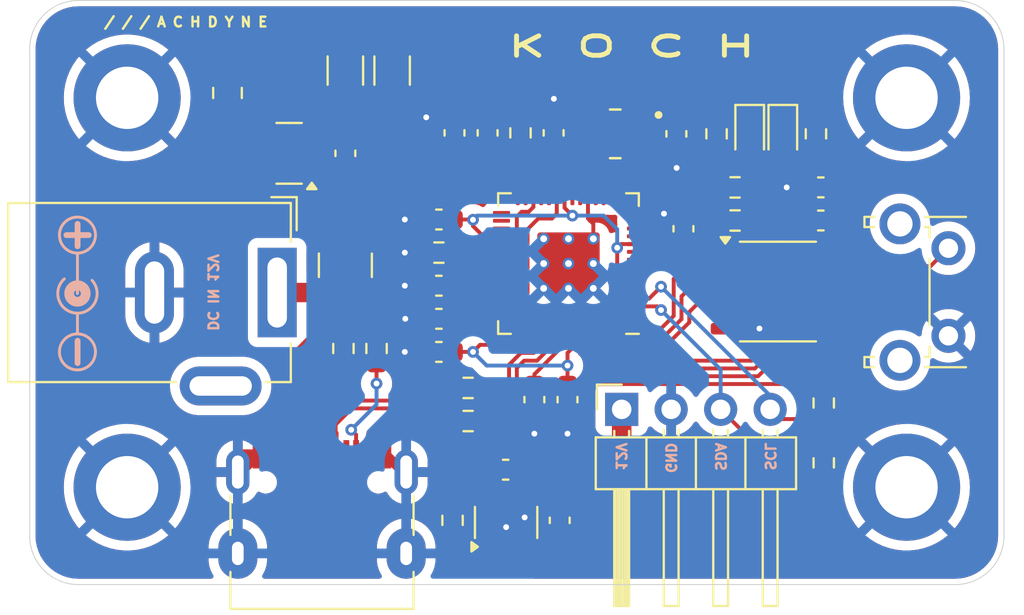
<source format=kicad_pcb>
(kicad_pcb (version 20240108) (generator "pcbnew") (generator_version "8.0")
  (layers (0 "F.Cu" signal) (31 "B.Cu" signal) (34 "B.Paste" user) (35 "F.Paste" user) (36 "B.SilkS" user "B.Silkscreen") (37 "F.SilkS" user "F.Silkscreen") (38 "B.Mask" user) (39 "F.Mask" user) (44 "Edge.Cuts" user))
  (net 0 "")
  (net 1 "GND")
  (net 2 "/XIN")
  (net 3 "/PWR3V3")
  (net 4 "/PWR1V1")
  (net 5 "/PWR5V0")
  (net 6 "/PWR5V0UF")
  (net 7 "/USB_CONN_DP")
  (net 8 "/USB_CONN_DN")
  (net 9 "/PWROUT")
  (net 10 "/SCL")
  (net 11 "/SDA")
  (net 12 "/USB_DN")
  (net 13 "/USB_DP")
  (net 14 "/XOUT")
  (net 15 "/RP_QSPI_SS")
  (net 16 "/BOOT")
  (net 17 "Net-(U4-Vs+)")
  (net 18 "/RP_QSPI_SCK")
  (net 19 "/RP_QSPI_IO2")
  (net 20 "/RP_QSPI_IO0")
  (net 21 "/RP_QSPI_IO1")
  (net 22 "/RP_QSPI_IO3")
  (net 23 "/PWRIN")
  (net 24 "/LEDGC")
  (net 25 "/LEDRC")
  (net 26 "/LEDR")
  (net 27 "/LEDG")
  (net 28 "Net-(Y1-OUT{slash}IN)")
  (net 29 "Net-(J1-CC1)")
  (net 31 "Net-(J1-CC2)")
  (net 34 "Net-(U4-Vs-)")
  (net 58 "/A_CURRENT")
  (footprint "Capacitor_SMD:C_0603_1608Metric" (layer "F.Cu") (at 127.6 120.5 -90)
    (property "Reference" "C6" (hide yes))
    (property "Value" "100nF" (hide yes))
  )
  (footprint "Capacitor_SMD:C_0603_1608Metric" (layer "F.Cu") (at 126.8875 106.8 90)
    (property "Reference" "C2" (hide yes))
    (property "Value" "15pF" (hide yes))
  )
  (footprint "Resistor_SMD:R_0603_1608Metric" (layer "F.Cu") (at 121 112.95 180)
    (property "Reference" "R12" (hide yes))
    (property "Value" "5K1" (hide yes))
  )
  (footprint "Resistor_SMD:R_0603_1608Metric" (layer "F.Cu") (at 136.2 111.3)
    (property "Reference" "R7" (hide yes))
    (property "Value" "10K" (hide yes))
  )
  (footprint "Capacitor_SMD:C_0603_1608Metric" (layer "F.Cu") (at 121 116.35 180)
    (property "Reference" "C3" (hide yes))
    (property "Value" "1uF" (hide yes))
  )
  (footprint "Connector_BarrelJack:BarrelJack_GCT_DCJ200-10-A_Horizontal" (layer "F.Cu") (at 112.7 115 -90)
    (property "Reference" "J3" (hide yes))
    (property "Value" "Barrel_Jack" (hide yes))
  )
  (footprint "Capacitor_SMD:C_0603_1608Metric" (layer "F.Cu") (at 125.9 120.5 -90)
    (property "Reference" "C5" (hide yes))
    (property "Value" "100nF" (hide yes))
  )
  (footprint "LED_SMD:LED_0603_1608Metric" (layer "F.Cu") (at 138.65 106.85 -90)
    (property "Reference" "D2" (hide yes))
    (property "Value" "LEDR" (hide yes))
  )
  (footprint "Resistor_SMD:R_1206_3216Metric" (layer "F.Cu") (at 116.2 103.6 -90)
    (property "Reference" "R13" (hide yes))
    (property "Value" "4K7" (hide yes))
  )
  (footprint "Resistor_SMD:R_0603_1608Metric" (layer "F.Cu") (at 122.5 121.6)
    (property "Reference" "R4" (hide yes))
    (property "Value" "27R" (hide yes))
  )
  (footprint "MountingHole:MountingHole_3.2mm_M3_ISO14580_Pad" (layer "F.Cu") (at 105 105)
    (property "Reference" "H1" (hide yes))
    (property "Value" "MountingHole_Pad" (hide yes))
  )
  (footprint "Resistor_SMD:R_0603_1608Metric" (layer "F.Cu") (at 140.35 106.85 90)
    (property "Reference" "R1" (hide yes))
    (property "Value" "536R" (hide yes))
  )
  (footprint "MountingHole:MountingHole_3.2mm_M3_ISO14580_Pad" (layer "F.Cu") (at 145 125)
    (property "Reference" "H4" (hide yes))
    (property "Value" "MountingHole_Pad" (hide yes))
  )
  (footprint "Capacitor_SMD:C_0603_1608Metric" (layer "F.Cu") (at 123.5 106.8 90)
    (property "Reference" "C8" (hide yes))
    (property "Value" "100nF" (hide yes))
  )
  (footprint "Capacitor_SMD:C_0603_1608Metric" (layer "F.Cu") (at 140.6 111.3 180)
    (property "Reference" "C14" (hide yes))
    (property "Value" "100nF" (hide yes))
  )
  (footprint "Capacitor_SMD:C_0603_1608Metric" (layer "F.Cu") (at 124.425 124.1)
    (property "Reference" "C18" (hide yes))
    (property "Value" "1uF" (hide yes))
  )
  (footprint "Capacitor_SMD:C_0603_1608Metric" (layer "F.Cu") (at 140.6 109.6 180)
    (property "Reference" "C15" (hide yes))
    (property "Value" "1uF" (hide yes))
  )
  (footprint "Package_SO:SOIC-8_3.9x4.9mm_P1.27mm" (layer "F.Cu") (at 138.4 114.95)
    (property "Reference" "U2" (hide yes))
    (property "Value" "W25Q32JVSS" (hide yes))
  )
  (footprint "Connector_PinHeader_2.54mm:PinHeader_1x04_P2.54mm_Horizontal" (layer "F.Cu") (at 138 121 -90)
    (property "Reference" "J2" (hide yes))
    (property "Value" "Conn_01x04_Pin" (hide yes))
  )
  (footprint "Fuse:Fuse_1210_3225Metric" (layer "F.Cu") (at 116.2 113.6 90)
    (property "Reference" "F1" (hide yes))
    (property "Value" "2.6A HOLD 5A TRIP 24V" (hide yes))
  )
  (footprint "Package_TO_SOT_SMD:SOT-23" (layer "F.Cu") (at 113.3125 107.85 180)
    (property "Reference" "U4" (hide yes))
    (property "Value" "ZXCT1107" (hide yes))
  )
  (footprint "Package_SO:TSOP-5_1.65x3.05mm_P0.95mm" (layer "F.Cu") (at 124.45 126.81 90)
    (property "Reference" "U3" (hide yes))
    (property "Value" "NCP115" (hide yes))
  )
  (footprint "MountingHole:MountingHole_3.2mm_M3_ISO14580_Pad" (layer "F.Cu") (at 145 105)
    (property "Reference" "H2" (hide yes))
    (property "Value" "MountingHole_Pad" (hide yes))
  )
  (footprint "MountingHole:MountingHole_3.2mm_M3_ISO14580_Pad" (layer "F.Cu") (at 105 125)
    (property "Reference" "H3" (hide yes))
    (property "Value" "MountingHole_Pad" (hide yes))
  )
  (footprint "Capacitor_SMD:C_0603_1608Metric" (layer "F.Cu") (at 133.1875 106.85 90)
    (property "Reference" "C1" (hide yes))
    (property "Value" "15pF" (hide yes))
  )
  (footprint "Resistor_SMD:R_0603_1608Metric" (layer "F.Cu") (at 116.1 117.875 90)
    (property "Reference" "R2" (hide yes))
    (property "Value" "5K1" (hide yes))
  )
  (footprint "LED_SMD:LED_0603_1608Metric" (layer "F.Cu") (at 136.95 106.85 -90)
    (property "Reference" "D1" (hide yes))
    (property "Value" "LEDG" (hide yes))
  )
  (footprint "Resistor_SMD:R_0603_1608Metric" (layer "F.Cu") (at 117.8 117.875 90)
    (property "Reference" "R6" (hide yes))
    (property "Value" "5K1" (hide yes))
  )
  (footprint "Capacitor_SMD:C_0603_1608Metric" (layer "F.Cu") (at 116.2 107.85 90)
    (property "Reference" "C11" (hide yes))
    (property "Value" "10pF50v" (hide yes))
  )
  (footprint "Capacitor_SMD:C_0603_1608Metric" (layer "F.Cu") (at 127.2 126.7 90)
    (property "Reference" "C17" (hide yes))
    (property "Value" "4.7uF" (hide yes))
  )
  (footprint "Resistor_SMD:R_0603_1608Metric" (layer "F.Cu") (at 135.25 106.85 -90)
    (property "Reference" "R14" (hide yes))
    (property "Value" "536R" (hide yes))
  )
  (footprint "LD-MCUS:RP2040-QFN-56-OFFICIAL" (layer "F.Cu") (at 127.65 113.5125 180)
    (property "Reference" "U1" (hide yes))
    (property "Value" "RP2040" (hide yes))
  )
  (footprint "Capacitor_SMD:C_0603_1608Metric" (layer "F.Cu") (at 121 114.65 180)
    (property "Reference" "C12" (hide yes))
    (property "Value" "100nF" (hide yes))
  )
  (footprint "Capacitor_SMD:C_0603_1608Metric" (layer "F.Cu") (at 121 118.05 180)
    (property "Reference" "C10" (hide yes))
    (property "Value" "1uF" (hide yes))
  )
  (footprint "LD-CONNECTORS:USB_C_Receptacle_HRO_TYPE-C-31-M-12-BIG-PADS" (layer "F.Cu") (at 115 127.35)
    (property "Reference" "J1" (hide yes))
    (property "Value" "TYPE-C-31-M-12-FIXED" (hide yes))
  )
  (footprint "Resistor_SMD:R_0603_1608Metric" (layer "F.Cu") (at 136.2 109.6 180)
    (property "Reference" "R8" (hide yes))
    (property "Value" "1K" (hide yes))
  )
  (footprint "Button_Switch_THT:SW_Tactile_SPST_Angled_PTS645Vx39-2LFS" (layer "F.Cu") (at 147.15 112.725 -90)
    (property "Reference" "SW3" (hide yes))
    (property "Value" "BOOT" (hide yes))
  )
  (footprint "Capacitor_SMD:C_0805_2012Metric" (layer "F.Cu") (at 110.15 104.75 -90)
    (property "Reference" "C16" (hide yes))
    (property "Value" "22uF16v" (hide yes))
  )
  (footprint "Resistor_SMD:R_0603_1608Metric" (layer "F.Cu") (at 122.5 119.9)
    (property "Reference" "R3" (hide yes))
    (property "Value" "27R" (hide yes))
  )
  (footprint "Resistor_SMD:R_0603_1608Metric" (layer "F.Cu") (at 140.75 120.675 -90)
    (property "Reference" "R9" (hide yes))
    (property "Value" "4K7" (hide yes))
  )
  (footprint "Capacitor_SMD:C_0603_1608Metric" (layer "F.Cu") (at 121 111.25 180)
    (property "Reference" "C4" (hide yes))
    (property "Value" "100nF" (hide yes))
  )
  (footprint "Resistor_SMD:R_1206_3216Metric" (layer "F.Cu") (at 118.6 103.6 -90)
    (property "Reference" "R11" (hide yes))
    (property "Value" "50mOhm" (hide yes))
  )
  (footprint "Resistor_SMD:R_0603_1608Metric" (layer "F.Cu") (at 140.75 123.75 -90)
    (property "Reference" "R10" (hide yes))
    (property "Value" "4K7" (hide yes))
  )
  (footprint "Resistor_SMD:R_0603_1608Metric" (layer "F.Cu") (at 121.7 126.7 90)
    (property "Reference" "FB1" (hide yes))
    (property "Value" "Ferrite_Bead" (hide yes))
  )
  (footprint "Capacitor_SMD:C_0603_1608Metric" (layer "F.Cu") (at 133.55 111.725 90)
    (property "Reference" "C13" (hide yes))
    (property "Value" "100nF" (hide yes))
  )
  (footprint "Resistor_SMD:R_0603_1608Metric" (layer "F.Cu") (at 125.1875 106.8 -90)
    (property "Reference" "R5" (hide yes))
    (property "Value" "1K" (hide yes))
  )
  (footprint "Capacitor_SMD:C_0603_1608Metric" (layer "F.Cu") (at 121.8 106.8 90)
    (property "Reference" "C7" (hide yes))
    (property "Value" "100nF" (hide yes))
  )
  (footprint "LD-CRYSTALS:XTAL_ECS-240-8-33-AGN-TR" (layer "F.Cu") (at 130.05 106.85 180)
    (property "Reference" "Y1" (hide yes))
    (property "Value" "ECS-80-12-33-JGN-TR-12MHZ" (hide yes))
  )
  (footprint "Symbol:Symbol_Barrel_Polarity" (layer "B.Cu") (at 102.525 115.05 90)
    (property "Reference" "REF**" (hide yes))
    (property "Value" "Symbol_Barrel_Polarity" (hide yes))
  )
  (gr_arc (start 147.5 100) (mid 149.267767 100.732233) (end 150 102.5) (stroke (width 0.05)) (layer "Edge.Cuts"))
  (gr_arc (start 102.5 130) (mid 100.732233 129.267767) (end 100 127.5) (stroke (width 0.05)) (layer "Edge.Cuts"))
  (gr_arc (start 150 127.5) (mid 149.267767 129.267767) (end 147.5 130) (stroke (width 0.05)) (layer "Edge.Cuts"))
  (gr_line (start 100 127.5) (end 100 102.5) (stroke (width 0.05)) (layer "Edge.Cuts"))
  (gr_arc (start 100 102.5) (mid 100.732233 100.732233) (end 102.5 100) (stroke (width 0.05)) (layer "Edge.Cuts"))
  (gr_line (start 102.5 100) (end 147.5 100) (stroke (width 0.05)) (layer "Edge.Cuts"))
  (gr_line (start 150 102.5) (end 150 127.5) (stroke (width 0.05)) (layer "Edge.Cuts"))
  (gr_line (start 147.5 130) (end 102.5 130) (stroke (width 0.05)) (layer "Edge.Cuts"))
  (gr_text "GND" (at 132.9 122.65 270) (layer "B.SilkS") (effects (font (size 0.5 0.5) (thickness 0.125) (bold yes)) (justify right mirror)))
  (gr_text "SCL" (at 138 122.65 270) (layer "B.SilkS") (effects (font (size 0.5 0.5) (thickness 0.125) (bold yes)) (justify right mirror)))
  (gr_text "+" (at 102.35 112.05 90) (layer "B.SilkS") (effects (font (size 1.5 1.5) (thickness 0.3) (bold yes)) (justify mirror)))
  (gr_text "12V" (at 130.35 122.65 270) (layer "B.SilkS") (effects (font (size 0.5 0.5) (thickness 0.125) (bold yes)) (justify right mirror)))
  (gr_text "DC IN 12V" (at 109.4 115 270) (layer "B.SilkS") (effects (font (size 0.5 0.5) (thickness 0.125) (bold yes)) (justify mirror)))
  (gr_text "-" (at 102.35 118.05 90) (layer "B.SilkS") (effects (font (size 1.5 1.5) (thickness 0.3) (bold yes)) (justify mirror)))
  (gr_text "SDA" (at 135.45 122.65 270) (layer "B.SilkS") (effects (font (size 0.5 0.5) (thickness 0.125) (bold yes)) (justify right mirror)))
  (gr_text "/ / / A C H D Y N E" (at 103.75 101.4 0) (layer "F.SilkS") (effects (font (size 0.5 0.5) (thickness 0.125) (bold yes)) (justify left bottom)))
  (gr_text "K O C H" (at 124.344047 102.95 0) (layer "F.SilkS") (effects (font (size 1 2) (thickness 0.25) (bold yes)) (justify left bottom)))
  (segment (start 110.835 124.22) (end 111.75 123.305) (width 0.5) (layer "F.Cu") (net 1))
  (segment (start 125.2 124.1) (end 125.2 125.45) (width 0.5) (layer "F.Cu") (net 1))
  (segment (start 125.2 125.45) (end 125.4 125.65) (width 0.5) (layer "F.Cu") (net 1))
  (segment (start 124.45 127.05) (end 124.45 127.97) (width 0.5) (layer "F.Cu") (net 1))
  (segment (start 133.1875 108.5875) (end 133.2 108.6) (width 0.2) (layer "F.Cu") (net 1))
  (segment (start 110.68 124.22) (end 110.835 124.22) (width 0.5) (layer "F.Cu") (net 1))
  (segment (start 126.8875 106.025) (end 126.8875 105.0625) (width 0.2) (layer "F.Cu") (net 1))
  (segment (start 126.925 125.65) (end 127.2 125.925) (width 0.5) (layer "F.Cu") (net 1))
  (segment (start 133.1875 107.625) (end 133.1875 108.5875) (width 0.2) (layer "F.Cu") (net 1))
  (segment (start 128.925 111.475) (end 128.65 111.2) (width 0.2) (layer "F.Cu") (net 1))
  (segment (start 119.32 124.22) (end 119.165 124.22) (width 0.5) (layer "F.Cu") (net 1))
  (segment (start 125.4 125.65) (end 126.925 125.65) (width 0.5) (layer "F.Cu") (net 1))
  (segment (start 125.4 125.65) (end 125.4 126.55) (width 0.5) (layer "F.Cu") (net 1))
  (segment (start 133.55 110.95) (end 132.55 110.95) (width 0.5) (layer "F.Cu") (net 1))
  (segment (start 128.65 111.2) (end 128.65 110.075) (width 0.2) (layer "F.Cu") (net 1))
  (segment (start 126.8875 105.0625) (end 126.9 105.05) (width 0.2) (layer "F.Cu") (net 1))
  (segment (start 119.165 124.22) (end 118.25 123.305) (width 0.5) (layer "F.Cu") (net 1))
  (segment (start 128.925 112.2375) (end 128.925 111.475) (width 0.2) (layer "F.Cu") (net 1))
  (via (at 138.85 109.6) (size 0.6) (drill 0.3) (layers "F.Cu" "B.Cu") (net 1))
  (via (at 119.25 111.25) (size 0.6) (drill 0.3) (layers "F.Cu" "B.Cu") (net 1))
  (via (at 137.45 116.85) (size 0.6) (drill 0.3) (layers "F.Cu" "B.Cu") (net 1))
  (via (at 119.25 118.05) (size 0.6) (drill 0.3) (layers "F.Cu" "B.Cu") (net 1))
  (via (at 124.45 127.05) (size 0.6) (drill 0.3) (layers "F.Cu" "B.Cu") (net 1))
  (via (at 125.9 122.25) (size 0.6) (drill 0.3) (layers "F.Cu" "B.Cu") (net 1))
  (via (at 133.2 108.6) (size 0.6) (drill 0.3) (layers "F.Cu" "B.Cu") (net 1))
  (via (at 127.6 122.25) (size 0.6) (drill 0.3) (layers "F.Cu" "B.Cu") (net 1))
  (via (at 125.4 126.55) (size 0.6) (drill 0.3) (layers "F.Cu" "B.Cu") (net 1))
  (via (at 126.9 105.05) (size 0.6) (drill 0.3) (layers "F.Cu" "B.Cu") (net 1))
  (via (at 119.25 112.95) (size 0.6) (drill 0.3) (layers "F.Cu" "B.Cu") (net 1))
  (via (at 120.35 106) (size 0.6) (drill 0.3) (layers "F.Cu" "B.Cu") (net 1))
  (via (at 119.25 114.65) (size 0.6) (drill 0.3) (layers "F.Cu" "B.Cu") (net 1))
  (via (at 119.275 116.35) (size 0.6) (drill 0.3) (layers "F.Cu" "B.Cu") (net 1))
  (via (at 132.55 110.95) (size 0.6) (drill 0.3) (layers "F.Cu" "B.Cu") (net 1))
  (segment (start 129.7 108.75) (end 128.8 108.75) (width 0.2) (layer "F.Cu") (net 2))
  (segment (start 130.05 107.1) (end 130.05 108.4) (width 0.2) (layer "F.Cu") (net 2))
  (segment (start 131.2 105.95) (end 130.05 107.1) (width 0.2) (layer "F.Cu") (net 2))
  (segment (start 133.0625 105.95) (end 133.1875 106.075) (width 0.2) (layer "F.Cu") (net 2))
  (segment (start 128.25 109.3) (end 128.25 110.075) (width 0.2) (layer "F.Cu") (net 2))
  (segment (start 131.2 105.95) (end 133.0625 105.95) (width 0.2) (layer "F.Cu") (net 2))
  (segment (start 128.8 108.75) (end 128.25 109.3) (width 0.2) (layer "F.Cu") (net 2))
  (segment (start 130.05 108.4) (end 129.7 108.75) (width 0.2) (layer "F.Cu") (net 2))
  (segment (start 121.775 111.25) (end 122.7375 111.25) (width 0.2) (layer "F.Cu") (net 3))
  (segment (start 122.85 116.35) (end 123.0875 116.1125) (width 0.2) (layer "F.Cu") (net 3))
  (segment (start 125.9 119.19853) (end 125.9 119.725) (width 0.2) (layer "F.Cu") (net 3))
  (segment (start 130.15 112.7) (end 130.15 115.70886) (width 0.2) (layer "F.Cu") (net 3))
  (segment (start 130.15 115.70886) (end 130.55364 116.1125) (width 0.2) (layer "F.Cu") (net 3))
  (segment (start 123.0875 116.1125) (end 124.2125 116.1125) (width 0.2) (layer "F.Cu") (net 3))
  (segment (start 138.65 107.6375) (end 138.65 108.05) (width 0.2) (layer "F.Cu") (net 3))
  (segment (start 125 111.1) (end 125.25 110.85) (width 0.2) (layer "F.Cu") (net 3))
  (segment (start 127.05 116.5125) (end 127.45 116.1125) (width 0.2) (layer "F.Cu") (net 3))
  (segment (start 130.3375 112.5125) (end 131.0875 112.5125) (width 0.2) (layer "F.Cu") (net 3))
  (segment (start 123.5 125.65) (end 123.5 124.25) (width 0.5) (layer "F.Cu") (net 3))
  (segment (start 125.05 116.95) (end 125.45 116.95) (width 0.2) (layer "F.Cu") (net 3))
  (segment (start 133.5375 112.5125) (end 133.55 112.5) (width 0.2) (layer "F.Cu") (net 3))
  (segment (start 139.85 119.85) (end 140.75 119.85) (width 0.2) (layer "F.Cu") (net 3))
  (segment (start 127.45 116.1125) (end 130.55364 116.1125) (width 0.2) (layer "F.Cu") (net 3))
  (segment (start 125.9 119.725) (end 126.65 120.475) (width 0.2) (layer "F.Cu") (net 3))
  (segment (start 125.05 116.95) (end 123.45 116.95) (width 0.2) (layer "F.Cu") (net 3))
  (segment (start 125.9 119.725) (end 124.2 121.425) (width 0.2) (layer "F.Cu") (net 3))
  (segment (start 139.7 119.7) (end 139.85 119.85) (width 0.2) (layer "F.Cu") (net 3))
  (segment (start 139.15 108.55) (end 140.325 108.55) (width 0.2) (layer "F.Cu") (net 3))
  (segment (start 136.95 107.6375) (end 138.65 107.6375) (width 0.2) (layer "F.Cu") (net 3))
  (segment (start 121.775 114.8) (end 123.0875 116.1125) (width 0.2) (layer "F.Cu") (net 3))
  (segment (start 125.85 109.5) (end 125.85 110.075) (width 0.2) (layer "F.Cu") (net 3))
  (segment (start 140.75 122.925) (end 141.525 122.15) (width 0.2) (layer "F.Cu") (net 3))
  (segment (start 121.65 116.2) (end 121.85 116.2) (width 0.2) (layer "F.Cu") (net 3))
  (segment (start 125.05 116.95) (end 125.05 112.81614) (width 0.2) (layer "F.Cu") (net 3))
  (segment (start 124.74636 112.5125) (end 125 112.25886) (width 0.2) (layer "F.Cu") (net 3))
  (segment (start 141.375 111.3) (end 141.375 112.545) (width 0.2) (layer "F.Cu") (net 3))
  (segment (start 121.775 111.25) (end 121.7875 111.2625) (width 0.2) (layer "F.Cu") (net 3))
  (segment (start 131.0875 112.5125) (end 133.5375 112.5125) (width 0.2) (layer "F.Cu") (net 3))
  (segment (start 125.25 110.85) (end 125.60886 110.85) (width 0.2) (layer "F.Cu") (net 3))
  (segment (start 124.2125 112.5125) (end 124.74636 112.5125) (width 0.2) (layer "F.Cu") (net 3))
  (segment (start 127.05 118.04853) (end 125.9 119.19853) (width 0.2) (layer "F.Cu") (net 3))
  (segment (start 134.9549 108.825) (end 135.7625 108.825) (width 0.2) (layer "F.Cu") (net 3))
  (segment (start 138.65 108.05) (end 139.15 108.55) (width 0.2) (layer "F.Cu") (net 3))
  (segment (start 125.05 112.81614) (end 124.74636 112.5125) (width 0.2) (layer "F.Cu") (net 3))
  (segment (start 127.05 116.95) (end 127.05 118.04853) (width 0.2) (layer "F.Cu") (net 3))
  (segment (start 122.85 116.35) (end 121.775 116.35) (width 0.2) (layer "F.Cu") (net 3))
  (segment (start 135.375 111.3) (end 134.675 110.6) (width 0.2) (layer "F.Cu") (net 3))
  (segment (start 130.55364 116.1125) (end 131.0875 116.1125) (width 0.2) (layer "F.Cu") (net 3))
  (segment (start 126.65 120.475) (end 128.375 120.475) (width 0.2) (layer "F.Cu") (net 3))
  (segment (start 135.7625 108.825) (end 136.95 107.6375) (width 0.2) (layer "F.Cu") (net 3))
  (segment (start 123.5 124.25) (end 123.65 124.1) (width 0.5) (layer "F.Cu") (net 3))
  (segment (start 127.05 116.95) (end 127.05 116.5125) (width 0.2) (layer "F.Cu") (net 3))
  (segment (start 127.45 110.075) (end 127.45 110.65) (width 0.2) (layer "F.Cu") (net 3))
  (segment (start 127.45 110.65) (end 127.85 111.05) (width 0.2) (layer "F.Cu") (net 3))
  (segment (start 140.325 108.55) (end 141.375 109.6) (width 0.2) (layer "F.Cu") (net 3))
  (segment (start 141.375 112.545) (end 140.875 113.045) (width 0.2) (layer "F.Cu") (net 3))
  (segment (start 127.05 116.95) (end 127.45 116.95) (width 0.2) (layer "F.Cu") (net 3))
  (segment (start 123.67864 112.5125) (end 124.2125 112.5125) (width 0.2) (layer "F.Cu") (net 3))
  (segment (start 123.65 125.5) (end 123.5 125.65) (width 0.2) (layer "F.Cu") (net 3))
  (segment (start 125 112.25886) (end 125 111.1) (width 0.2) (layer "F.Cu") (net 3))
  (segment (start 124.2 121.425) (end 124.2 123.55) (width 0.2) (layer "F.Cu") (net 3))
  (segment (start 121.775 114.65) (end 121.775 114.8) (width 0.2) (layer "F.Cu") (net 3))
  (segment (start 134.675 110.6) (end 134.675 109.1049) (width 0.2) (layer "F.Cu") (net 3))
  (segment (start 124.2 123.55) (end 123.65 124.1) (width 0.2) (layer "F.Cu") (net 3))
  (segment (start 121.7375 114.5125) (end 121.725 114.5) (width 0.2) (layer "F.Cu") (net 3))
  (segment (start 133.55 112.5) (end 134.175 112.5) (width 0.2) (layer "F.Cu") (net 3))
  (segment (start 122.75 111.58386) (end 123.67864 112.5125) (width 0.2) (layer "F.Cu") (net 3))
  (segment (start 125.60886 110.85) (end 125.85 110.60886) (width 0.2) (layer "F.Cu") (net 3))
  (segment (start 129.15 119.7) (end 139.7 119.7) (width 0.2) (layer "F.Cu") (net 3))
  (segment (start 134.175 112.5) (end 135.375 111.3) (width 0.2) (layer "F.Cu") (net 3))
  (segment (start 130.15 112.7) (end 130.3375 112.5125) (width 0.2) (layer "F.Cu") (net 3))
  (segment (start 121.8 107.575) (end 123.475 109.25) (width 0.2) (layer "F.Cu") (net 3))
  (segment (start 134.675 109.1049) (end 134.9549 108.825) (width 0.2) (layer "F.Cu") (net 3))
  (segment (start 125.6 109.25) (end 125.85 109.5) (width 0.2) (layer "F.Cu") (net 3))
  (segment (start 141.375 111.3) (end 141.375 109.6) (width 0.2) (layer "F.Cu") (net 3))
  (segment (start 123.475 109.25) (end 125.6 109.25) (width 0.2) (layer "F.Cu") (net 3))
  (segment (start 141.525 122.15) (end 141.525 120.625) (width 0.2) (layer "F.Cu") (net 3))
  (segment (start 123.45 116.95) (end 122.85 116.35) (width 0.2) (layer "F.Cu") (net 3))
  (segment (start 141.525 120.625) (end 140.75 119.85) (width 0.2) (layer "F.Cu") (net 3))
  (segment (start 125.85 110.60886) (end 125.85 110.075) (width 0.2) (layer "F.Cu") (net 3))
  (segment (start 122.75 111.2625) (end 122.75 111.58386) (width 0.2) (layer "F.Cu") (net 3))
  (segment (start 128.375 120.475) (end 129.15 119.7) (width 0.2) (layer "F.Cu") (net 3))
  (segment (start 122.7375 111.25) (end 122.75 111.2625) (width 0.2) (layer "F.Cu") (net 3))
  (via (at 122.75 111.2625) (size 0.6) (drill 0.3) (layers "F.Cu" "B.Cu") (net 3))
  (via (at 127.85 111.05) (size 0.6) (drill 0.3) (layers "F.Cu" "B.Cu") (net 3))
  (via (at 130.15 112.7) (size 0.6) (drill 0.3) (layers "F.Cu" "B.Cu") (net 3))
  (segment (start 130.15 111.75) (end 130.15 112.7) (width 0.2) (layer "B.Cu") (net 3))
  (segment (start 129.45 111.05) (end 130.15 111.75) (width 0.2) (layer "B.Cu") (net 3))
  (segment (start 122.9625 111.05) (end 122.75 111.2625) (width 0.2) (layer "B.Cu") (net 3))
  (segment (start 127.85 111.05) (end 129.45 111.05) (width 0.2) (layer "B.Cu") (net 3))
  (segment (start 127.85 111.05) (end 122.9625 111.05) (width 0.2) (layer "B.Cu") (net 3))
  (segment (start 126.1 111.2) (end 126.8 111.2) (width 0.2) (layer "F.Cu") (net 4))
  (segment (start 126.8 111.2) (end 127.05 110.95) (width 0.2) (layer "F.Cu") (net 4))
  (segment (start 121.775 118.05) (end 122.75 118.05) (width 0.2) (layer "F.Cu") (net 4))
  (segment (start 127.6875 119.6375) (end 127.85 119.475) (width 0.2) (layer "F.Cu") (net 4))
  (segment (start 127.85 117.85) (end 127.85 116.95) (width 0.2) (layer "F.Cu") (net 4))
  (segment (start 125.85 116.95) (end 125.85 115.95) (width 0.2) (layer "F.Cu") (net 4))
  (segment (start 124.775 108.85) (end 126.35886 108.85) (width 0.2) (layer "F.Cu") (net 4))
  (segment (start 125.85 117.48386) (end 125.64636 117.6875) (width 0.2) (layer "F.Cu") (net 4))
  (segment (start 125.64636 117.6875) (end 123.1125 117.6875) (width 0.2) (layer "F.Cu") (net 4))
  (segment (start 125.55 115.65) (end 125.55 111.75) (width 0.2) (layer "F.Cu") (net 4))
  (segment (start 125.55 111.75) (end 126.1 111.2) (width 0.2) (layer "F.Cu") (net 4))
  (segment (start 125.85 116.95) (end 125.85 117.48386) (width 0.2) (layer "F.Cu") (net 4))
  (segment (start 127.6 119.725) (end 127.6875 119.6375) (width 0.2) (layer "F.Cu") (net 4))
  (segment (start 125.85 115.95) (end 125.55 115.65) (width 0.2) (layer "F.Cu") (net 4))
  (segment (start 127.6 118.1) (end 127.85 117.85) (width 0.2) (layer "F.Cu") (net 4))
  (segment (start 127.6 118.75) (end 127.6 119.725) (width 0.2) (layer "F.Cu") (net 4))
  (segment (start 123.5 107.575) (end 124.775 108.85) (width 0.2) (layer "F.Cu") (net 4))
  (segment (start 127.6 118.75) (end 127.6 118.1) (width 0.2) (layer "F.Cu") (net 4))
  (segment (start 126.35886 108.85) (end 127.05 109.54114) (width 0.2) (layer "F.Cu") (net 4))
  (segment (start 127.05 109.54114) (end 127.05 110.075) (width 0.2) (layer "F.Cu") (net 4))
  (segment (start 123.1125 117.6875) (end 122.75 118.05) (width 0.2) (layer "F.Cu") (net 4))
  (segment (start 127.05 110.95) (end 127.05 110.075) (width 0.2) (layer "F.Cu") (net 4))
  (via (at 122.75 118.05) (size 0.6) (drill 0.3) (layers "F.Cu" "B.Cu") (net 4))
  (via (at 127.6 118.75) (size 0.6) (drill 0.3) (layers "F.Cu" "B.Cu") (net 4))
  (segment (start 122.75 118.05) (end 123.45 118.75) (width 0.2) (layer "B.Cu") (net 4))
  (segment (start 123.45 118.75) (end 127.6 118.75) (width 0.2) (layer "B.Cu") (net 4))
  (segment (start 125.12 129.1) (end 125.4 128.82) (width 0.5) (layer "F.Cu") (net 5))
  (segment (start 121.7 127.525) (end 123.055 127.525) (width 0.5) (layer "F.Cu") (net 5))
  (segment (start 123.78 129.1) (end 125.12 129.1) (width 0.5) (layer "F.Cu") (net 5))
  (segment (start 126.705 127.97) (end 127.2 127.475) (width 0.5) (layer "F.Cu") (net 5))
  (segment (start 125.4 127.97) (end 126.705 127.97) (width 0.5) (layer "F.Cu") (net 5))
  (segment (start 123.5 127.97) (end 123.5 128.82) (width 0.5) (layer "F.Cu") (net 5))
  (segment (start 123.5 128.82) (end 123.78 129.1) (width 0.5) (layer "F.Cu") (net 5))
  (segment (start 125.4 128.82) (end 125.4 127.97) (width 0.5) (layer "F.Cu") (net 5))
  (segment (start 123.055 127.525) (end 123.5 127.97) (width 0.5) (layer "F.Cu") (net 5))
  (segment (start 119.8 121.85) (end 121.7 123.75) (width 0.35) (layer "F.Cu") (net 6))
  (segment (start 117.45 123.305) (end 117.45 124.12934) (width 0.35) (layer "F.Cu") (net 6))
  (segment (start 117.45 123.305) (end 117.45 122.23) (width 0.35) (layer "F.Cu") (net 6))
  (segment (start 117.45 122.23) (end 117.83 121.85) (width 0.35) (layer "F.Cu") (net 6))
  (segment (start 117.45 124.12934) (end 116.62934 124.95) (width 0.35) (layer "F.Cu") (net 6))
  (segment (start 121.7 123.75) (end 121.7 125.875) (width 0.35) (layer "F.Cu") (net 6))
  (segment (start 117.83 121.85) (end 119.8 121.85) (width 0.35) (layer "F.Cu") (net 6))
  (segment (start 112.55 124.12934) (end 112.55 123.305) (width 0.35) (layer "F.Cu") (net 6))
  (segment (start 113.37066 124.95) (end 112.55 124.12934) (width 0.35) (layer "F.Cu") (net 6))
  (segment (start 116.62934 124.95) (end 113.37066 124.95) (width 0.35) (layer "F.Cu") (net 6))
  (segment (start 114.75 123.305) (end 114.75 124.28) (width 0.2) (layer "F.Cu") (net 7))
  (segment (start 116.532844 120.95) (end 115.7 121.782844) (width 0.2) (layer "F.Cu") (net 7))
  (segment (start 114.92 124.45) (end 115.58 124.45) (width 0.2) (layer "F.Cu") (net 7))
  (segment (start 115.7 121.782844) (end 115.7 122.167499) (width 0.2) (layer "F.Cu") (net 7))
  (segment (start 115.58 124.45) (end 115.75 124.28) (width 0.2) (layer "F.Cu") (net 7))
  (segment (start 114.75 124.28) (end 114.92 124.45) (width 0.2) (layer "F.Cu") (net 7))
  (segment (start 115.7 122.167499) (end 115.75 122.217499) (width 0.2) (layer "F.Cu") (net 7))
  (segment (start 120.312499 120.95) (end 116.532844 120.95) (width 0.2) (layer "F.Cu") (net 7))
  (segment (start 115.75 122.217499) (end 115.75 123.305) (width 0.2) (layer "F.Cu") (net 7))
  (segment (start 115.75 124.28) (end 115.75 123.305) (width 0.2) (layer "F.Cu") (net 7))
  (segment (start 120.962499 121.6) (end 120.312499 120.95) (width 0.2) (layer "F.Cu") (net 7))
  (segment (start 121.675 121.6) (end 120.962499 121.6) (width 0.2) (layer "F.Cu") (net 7))
  (segment (start 115.25 122.217499) (end 115.25 123.305) (width 0.2) (layer "F.Cu") (net 8))
  (segment (start 114.25 122.33) (end 114.362501 122.217499) (width 0.2) (layer "F.Cu") (net 8))
  (segment (start 114.25 123.305) (end 114.25 122.33) (width 0.2) (layer "F.Cu") (net 8))
  (segment (start 114.362501 122.217499) (end 115.25 122.217499) (width 0.2) (layer "F.Cu") (net 8))
  (segment (start 116.367156 120.55) (end 115.3 121.617156) (width 0.2) (layer "F.Cu") (net 8))
  (segment (start 120.312499 120.55) (end 116.367156 120.55) (width 0.2) (layer "F.Cu") (net 8))
  (segment (start 115.3 122.167499) (end 115.25 122.217499) (width 0.2) (layer "F.Cu") (net 8))
  (segment (start 121.675 119.9) (end 120.962499 119.9) (width 0.2) (layer "F.Cu") (net 8))
  (segment (start 120.962499 119.9) (end 120.312499 120.55) (width 0.2) (layer "F.Cu") (net 8))
  (segment (start 115.3 121.617156) (end 115.3 122.167499) (width 0.2) (layer "F.Cu") (net 8))
  (segment (start 130.38 121) (end 130.38 126.08) (width 1) (layer "F.Cu") (net 9))
  (segment (start 130.38 126.08) (end 130.4 126.1) (width 1) (layer "F.Cu") (net 9))
  (segment (start 131.0875 115.3125) (end 131.7875 115.3125) (width 0.2) (layer "F.Cu") (net 10))
  (segment (start 131.7875 115.3125) (end 132.4 114.7) (width 0.2) (layer "F.Cu") (net 10))
  (segment (start 140.75 121.5) (end 138.5 121.5) (width 0.2) (layer "F.Cu") (net 10))
  (segment (start 138.5 121.5) (end 138 121) (width 0.2) (layer "F.Cu") (net 10))
  (via (at 132.4 114.7) (size 0.6) (drill 0.3) (layers "F.Cu" "B.Cu") (net 10))
  (segment (start 138 120.3) (end 138 121) (width 0.2) (layer "B.Cu") (net 10))
  (segment (start 132.4 114.7) (end 138 120.3) (width 0.2) (layer "B.Cu") (net 10))
  (segment (start 140.75 124.575) (end 139.035 124.575) (width 0.2) (layer "F.Cu") (net 11))
  (segment (start 139.035 124.575) (end 135.46 121) (width 0.2) (layer "F.Cu") (net 11))
  (segment (start 132.2125 115.7125) (end 132.4 115.9) (width 0.2) (layer "F.Cu") (net 11))
  (segment (start 131.0875 115.7125) (end 132.2125 115.7125) (width 0.2) (layer "F.Cu") (net 11))
  (via (at 132.4 115.9) (size 0.6) (drill 0.3) (layers "F.Cu" "B.Cu") (net 11))
  (segment (start 132.4 115.9) (end 135.46 118.96) (width 0.2) (layer "B.Cu") (net 11))
  (segment (start 135.46 118.96) (end 135.46 121) (width 0.2) (layer "B.Cu") (net 11))
  (segment (start 124.6 118.709794) (end 124.6 119.759314) (width 0.2) (layer "F.Cu") (net 12))
  (segment (start 126.25 116.95) (end 126.25 117.717156) (width 0.2) (layer "F.Cu") (net 12))
  (segment (start 124.6 119.759314) (end 124.459314 119.9) (width 0.2) (layer "F.Cu") (net 12))
  (segment (start 126.25 117.717156) (end 125.867156 118.1) (width 0.2) (layer "F.Cu") (net 12))
  (segment (start 125.209794 118.1) (end 124.6 118.709794) (width 0.2) (layer "F.Cu") (net 12))
  (segment (start 124.459314 119.9) (end 123.325 119.9) (width 0.2) (layer "F.Cu") (net 12))
  (segment (start 125.867156 118.1) (end 125.209794 118.1) (width 0.2) (layer "F.Cu") (net 12))
  (segment (start 125 118.875482) (end 125 119.925) (width 0.2) (layer "F.Cu") (net 13))
  (segment (start 126.65 116.95) (end 126.65 117.882844) (width 0.2) (layer "F.Cu") (net 13))
  (segment (start 125 119.925) (end 123.325 121.6) (width 0.2) (layer "F.Cu") (net 13))
  (segment (start 126.032844 118.5) (end 125.375482 118.5) (width 0.2) (layer "F.Cu") (net 13))
  (segment (start 125.375482 118.5) (end 125 118.875482) (width 0.2) (layer "F.Cu") (net 13))
  (segment (start 126.65 117.882844) (end 126.032844 118.5) (width 0.2) (layer "F.Cu") (net 13))
  (segment (start 127 108.45) (end 127.85 109.3) (width 0.2) (layer "F.Cu") (net 14))
  (segment (start 126.0125 108.45) (end 127 108.45) (width 0.2) (layer "F.Cu") (net 14))
  (segment (start 125.1875 107.625) (end 126.0125 108.45) (width 0.2) (layer "F.Cu") (net 14))
  (segment (start 127.85 109.3) (end 127.85 110.075) (width 0.2) (layer "F.Cu") (net 14))
  (segment (start 133.05 116.2) (end 133.05 114.3) (width 0.2) (layer "F.Cu") (net 15))
  (segment (start 132.3 116.95) (end 133.05 116.2) (width 0.2) (layer "F.Cu") (net 15))
  (segment (start 130.25 116.95) (end 132.3 116.95) (width 0.2) (layer "F.Cu") (net 15))
  (segment (start 134.305 113.045) (end 135.925 113.045) (width 0.2) (layer "F.Cu") (net 15))
  (segment (start 137.025 111.945) (end 137.025 111.3) (width 0.2) (layer "F.Cu") (net 15))
  (segment (start 135.925 113.045) (end 137.025 111.945) (width 0.2) (layer "F.Cu") (net 15))
  (segment (start 135.375 109.6) (end 135.375 109.65) (width 0.2) (layer "F.Cu") (net 15))
  (segment (start 135.375 109.65) (end 137.025 111.3) (width 0.2) (layer "F.Cu") (net 15))
  (segment (start 133.05 114.3) (end 134.305 113.045) (width 0.2) (layer "F.Cu") (net 15))
  (segment (start 137.85 112.85) (end 138.65 113.65) (width 0.2) (layer "F.Cu") (net 16))
  (segment (start 137.025 109.6) (end 137.85 110.425) (width 0.2) (layer "F.Cu") (net 16))
  (segment (start 138.65 113.65) (end 146.225 113.65) (width 0.2) (layer "F.Cu") (net 16))
  (segment (start 146.225 113.65) (end 147.15 112.725) (width 0.2) (layer "F.Cu") (net 16))
  (segment (start 137.85 110.425) (end 137.85 112.85) (width 0.2) (layer "F.Cu") (net 16))
  (segment (start 114.25 108.8) (end 116.025 108.8) (width 1) (layer "F.Cu") (net 17))
  (segment (start 116.2 112.2) (end 116.2 108.625) (width 1) (layer "F.Cu") (net 17))
  (segment (start 118.6 107.35) (end 118.6 105.0625) (width 1) (layer "F.Cu") (net 17))
  (segment (start 116.025 108.8) (end 116.2 108.625) (width 1) (layer "F.Cu") (net 17))
  (segment (start 117.325 108.625) (end 118.6 107.35) (width 1) (layer "F.Cu") (net 17))
  (segment (start 116.2 108.625) (end 117.325 108.625) (width 1) (layer "F.Cu") (net 17))
  (segment (start 137.215686 118.9) (end 138.315686 117.8) (width 0.2) (layer "F.Cu") (net 18))
  (segment (start 138.315686 117.8) (end 141.65 117.8) (width 0.2) (layer "F.Cu") (net 18))
  (segment (start 142.035 115.585) (end 140.875 115.585) (width 0.2) (layer "F.Cu") (net 18))
  (segment (start 141.65 117.8) (end 142.25 117.2) (width 0.2) (layer "F.Cu") (net 18))
  (segment (start 142.25 117.2) (end 142.25 115.8) (width 0.2) (layer "F.Cu") (net 18))
  (segment (start 142.25 115.8) (end 142.035 115.585) (width 0.2) (layer "F.Cu") (net 18))
  (segment (start 128.65 117.980918) (end 129.569082 118.9) (width 0.2) (layer "F.Cu") (net 18))
  (segment (start 129.569082 118.9) (end 137.215686 118.9) (width 0.2) (layer "F.Cu") (net 18))
  (segment (start 128.65 116.95) (end 128.65 117.980918) (width 0.2) (layer "F.Cu") (net 18))
  (segment (start 129.900454 118.1) (end 132.281371 118.1) (width 0.2) (layer "F.Cu") (net 19))
  (segment (start 129.45 117.649546) (end 129.900454 118.1) (width 0.2) (layer "F.Cu") (net 19))
  (segment (start 132.281371 118.1) (end 133.85 116.531371) (width 0.2) (layer "F.Cu") (net 19))
  (segment (start 133.85 116) (end 134.265 115.585) (width 0.2) (layer "F.Cu") (net 19))
  (segment (start 134.265 115.585) (end 135.925 115.585) (width 0.2) (layer "F.Cu") (net 19))
  (segment (start 129.45 116.95) (end 129.45 117.649546) (width 0.2) (layer "F.Cu") (net 19))
  (segment (start 133.85 116.531371) (end 133.85 116) (width 0.2) (layer "F.Cu") (net 19))
  (segment (start 129.734768 118.5) (end 137.05 118.5) (width 0.2) (layer "F.Cu") (net 20))
  (segment (start 129.05 116.95) (end 129.05 117.815232) (width 0.2) (layer "F.Cu") (net 20))
  (segment (start 129.05 117.815232) (end 129.734768 118.5) (width 0.2) (layer "F.Cu") (net 20))
  (segment (start 138.695 116.855) (end 140.875 116.855) (width 0.2) (layer "F.Cu") (net 20))
  (segment (start 137.05 118.5) (end 138.695 116.855) (width 0.2) (layer "F.Cu") (net 20))
  (segment (start 133.45 115.2) (end 134.335 114.315) (width 0.2) (layer "F.Cu") (net 21))
  (segment (start 129.85 116.95) (end 129.85 117.48386) (width 0.2) (layer "F.Cu") (net 21))
  (segment (start 134.335 114.315) (end 135.925 114.315) (width 0.2) (layer "F.Cu") (net 21))
  (segment (start 129.85 117.48386) (end 130.06614 117.7) (width 0.2) (layer "F.Cu") (net 21))
  (segment (start 133.45 116.365685) (end 133.45 115.2) (width 0.2) (layer "F.Cu") (net 21))
  (segment (start 132.115685 117.7) (end 133.45 116.365685) (width 0.2) (layer "F.Cu") (net 21))
  (segment (start 130.06614 117.7) (end 132.115685 117.7) (width 0.2) (layer "F.Cu") (net 21))
  (segment (start 138.481372 118.2) (end 141.815686 118.2) (width 0.2) (layer "F.Cu") (net 22))
  (segment (start 142.315 114.315) (end 140.875 114.315) (width 0.2) (layer "F.Cu") (net 22))
  (segment (start 142.05 117.965685) (end 142.65 117.365685) (width 0.2) (layer "F.Cu") (net 22))
  (segment (start 128.25 118.146604) (end 129.403396 119.3) (width 0.2) (layer "F.Cu") (net 22))
  (segment (start 142.65 117.365685) (end 142.65 114.65) (width 0.2) (layer "F.Cu") (net 22))
  (segment (start 137.381372 119.3) (end 138.481372 118.2) (width 0.2) (layer "F.Cu") (net 22))
  (segment (start 141.815686 118.2) (end 142.05 117.965685) (width 0.2) (layer "F.Cu") (net 22))
  (segment (start 128.25 116.95) (end 128.25 118.146604) (width 0.2) (layer "F.Cu") (net 22))
  (segment (start 129.403396 119.3) (end 137.381372 119.3) (width 0.2) (layer "F.Cu") (net 22))
  (segment (start 142.65 114.65) (end 142.315 114.315) (width 0.2) (layer "F.Cu") (net 22))
  (segment (start 112.7 115) (end 116.2 115) (width 1) (layer "F.Cu") (net 23))
  (segment (start 135.25 106.025) (end 136.9125 106.025) (width 0.2) (layer "F.Cu") (net 24))
  (segment (start 136.9125 106.025) (end 136.95 106.0625) (width 0.2) (layer "F.Cu") (net 24))
  (segment (start 140.35 107.675) (end 140.2625 107.675) (width 0.2) (layer "F.Cu") (net 25))
  (segment (start 140.2625 107.675) (end 138.65 106.0625) (width 0.2) (layer "F.Cu") (net 25))
  (segment (start 129.85 109.54114) (end 130.19114 109.2) (width 0.2) (layer "F.Cu") (net 26))
  (segment (start 139.425 105.1) (end 140.35 106.025) (width 0.2) (layer "F.Cu") (net 26))
  (segment (start 134.75 105.1) (end 139.425 105.1) (width 0.2) (layer "F.Cu") (net 26))
  (segment (start 134.25 108.398529) (end 134.25 105.6) (width 0.2) (layer "F.Cu") (net 26))
  (segment (start 129.85 110.075) (end 129.85 109.54114) (width 0.2) (layer "F.Cu") (net 26))
  (segment (start 134.25 105.6) (end 134.75 105.1) (width 0.2) (layer "F.Cu") (net 26))
  (segment (start 133.448529 109.2) (end 134.25 108.398529) (width 0.2) (layer "F.Cu") (net 26))
  (segment (start 130.19114 109.2) (end 133.448529 109.2) (width 0.2) (layer "F.Cu") (net 26))
  (segment (start 133.848529 109.365685) (end 135.25 107.964214) (width 0.2) (layer "F.Cu") (net 27))
  (segment (start 130.25 110.075) (end 130.725 109.6) (width 0.2) (layer "F.Cu") (net 27))
  (segment (start 135.25 107.964214) (end 135.25 107.675) (width 0.2) (layer "F.Cu") (net 27))
  (segment (start 130.725 109.6) (end 133.614215 109.6) (width 0.2) (layer "F.Cu") (net 27))
  (segment (start 133.614215 109.6) (end 133.848529 109.365685) (width 0.2) (layer "F.Cu") (net 27))
  (segment (start 126.8875 107.575) (end 126.7875 107.575) (width 0.2) (layer "F.Cu") (net 28))
  (segment (start 126.7875 107.575) (end 125.1875 105.975) (width 0.2) (layer "F.Cu") (net 28))
  (segment (start 128.9 107.75) (end 127.0625 107.75) (width 0.2) (layer "F.Cu") (net 28))
  (segment (start 127.0625 107.75) (end 126.8875 107.575) (width 0.2) (layer "F.Cu") (net 28))
  (segment (start 113.75 121.05) (end 113.75 123.305) (width 0.2) (layer "F.Cu") (net 29))
  (segment (start 116.1 118.7) (end 113.75 121.05) (width 0.2) (layer "F.Cu") (net 29))
  (segment (start 116.75 122.3) (end 116.75 123.305) (width 0.2) (layer "F.Cu") (net 31))
  (segment (start 117.8 118.7) (end 117.8 119.675) (width 0.2) (layer "F.Cu") (net 31))
  (segment (start 116.5 122.05) (end 116.75 122.3) (width 0.2) (layer "F.Cu") (net 31))
  (via (at 116.5 122.05) (size 0.6) (drill 0.3) (layers "F.Cu" "B.Cu") (net 31))
  (via (at 117.8 119.675) (size 0.6) (drill 0.3) (layers "F.Cu" "B.Cu") (net 31))
  (segment (start 117.8 120.75) (end 116.5 122.05) (width 0.2) (layer "B.Cu") (net 31))
  (segment (start 117.8 119.675) (end 117.8 120.75) (width 0.2) (layer "B.Cu") (net 31))
  (segment (start 116.2 107.075) (end 116.2 105.0625) (width 1) (layer "F.Cu") (net 34))
  (segment (start 114.25 106.9) (end 116.025 106.9) (width 1) (layer "F.Cu") (net 34))
  (segment (start 116.025 106.9) (end 116.2 107.075) (width 1) (layer "F.Cu") (net 34))
  (segment (start 118.95 113.8) (end 120.975 113.8) (width 0.2) (layer "F.Cu") (net 58))
  (segment (start 120.975 113.8) (end 121.825 112.95) (width 0.2) (layer "F.Cu") (net 58))
  (segment (start 118.3 114.45) (end 118.95 113.8) (width 0.2) (layer "F.Cu") (net 58))
  (segment (start 118.3 115.4) (end 118.3 114.45) (width 0.2) (layer "F.Cu") (net 58))
  (segment (start 111.5 118.25) (end 113.4 118.25) (width 0.2) (layer "F.Cu") (net 58))
  (segment (start 110.5 117.25) (end 111.5 118.25) (width 0.2) (layer "F.Cu") (net 58))
  (segment (start 121.825 112.95) (end 123.3875 114.5125) (width 0.2) (layer "F.Cu") (net 58))
  (segment (start 112.375 107.85) (end 111 107.85) (width 0.2) (layer "F.Cu") (net 58))
  (segment (start 123.3875 114.5125) (end 124.2125 114.5125) (width 0.2) (layer "F.Cu") (net 58))
  (segment (start 110.5 108.35) (end 110.5 117.25) (width 0.2) (layer "F.Cu") (net 58))
  (segment (start 115.5 116.15) (end 117.55 116.15) (width 0.2) (layer "F.Cu") (net 58))
  (segment (start 113.4 118.25) (end 115.5 116.15) (width 0.2) (layer "F.Cu") (net 58))
  (segment (start 111 107.85) (end 110.5 108.35) (width 0.2) (layer "F.Cu") (net 58))
  (segment (start 117.55 116.15) (end 118.3 115.4) (width 0.2) (layer "F.Cu") (net 58))
  (zone (net 1) (net_name "GND") (layer "F.Cu") (priority 2) (connect_pads (clearance 0.5)) (min_thickness 0.25) (fill yes (thermal_gap 0.5) (thermal_bridge_width 0.5) (smoothing fillet) (radius 1))
    (polygon (pts (xy 105 105) (xy 145 105) (xy 145 125) (xy 105 125)))
  )
  (zone (net 9) (net_name "/PWROUT") (layer "F.Cu") (priority 1) (connect_pads (clearance 0.5)) (min_thickness 0.25) (fill yes (thermal_gap 0.5) (thermal_bridge_width 0.5) (smoothing fillet) (radius 1))
    (polygon (pts (xy 100 100) (xy 150 100) (xy 150 130) (xy 100 130)))
  )
  (zone (net 1) (net_name "GND") (layer "B.Cu") (connect_pads (clearance 0.5)) (min_thickness 0.25) (fill yes (thermal_gap 0.5) (thermal_bridge_width 0.5) (smoothing fillet) (radius 1))
    (polygon (pts (xy 100 100) (xy 150 100) (xy 150 130) (xy 100 130)))
  )
)
</source>
